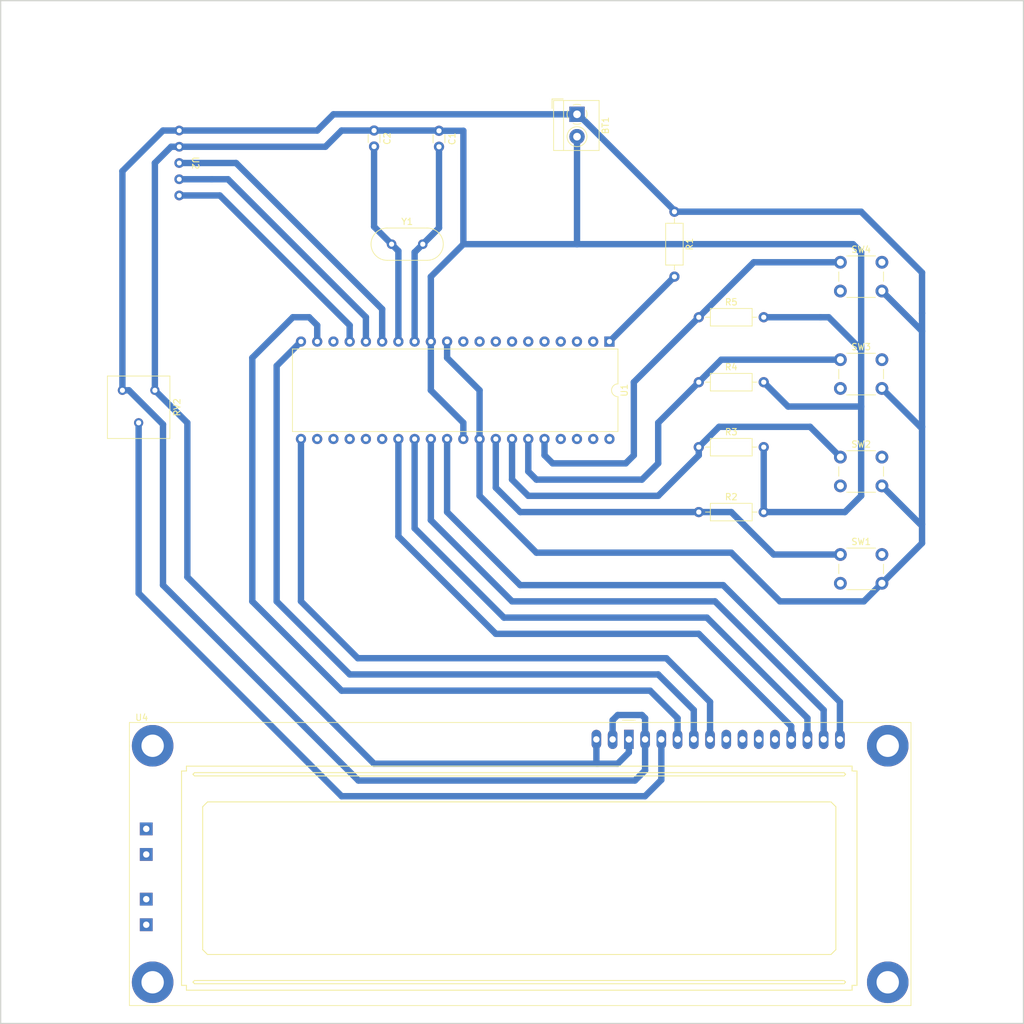
<source format=kicad_pcb>
(kicad_pcb (version 20241229) (generator "pcbnew") (generator_version "9.0")
  (title_block (title "EEM368 MİKROİŞLEMCİLER PROJE") (comment 1 "EGE ZENGİN"))
  (layers (0 "F.Cu" signal) (2 "B.Cu" signal) (13 "F.Paste" user) (15 "B.Paste" user) (5 "F.SilkS" user "F.Silkscreen") (7 "B.SilkS" user "B.Silkscreen") (1 "F.Mask" user) (3 "B.Mask" user) (25 "Edge.Cuts" user))
  (net 0 "")
  (net 1 "Net-(U1-INT{slash}RB0)")
  (net 2 "Net-(U1-RD7{slash}PSP7)")
  (net 4 "Net-(U1-RD1{slash}PSP1)")
  (net 7 "Net-(U1-RD6{slash}PSP6)")
  (net 8 "Net-(U1-RB1)")
  (net 10 "Net-(U1-RB2)")
  (net 11 "Net-(U1-RD5{slash}PSP5)")
  (net 12 "Net-(U1-PGM{slash}RB3)")
  (net 16 "Net-(U1-OSC2{slash}CLKO)")
  (net 17 "Net-(U1-RD4{slash}PSP4)")
  (net 18 "Net-(U1-OSC1{slash}CLKI)")
  (net 19 "Net-(U1-RD2{slash}PSP2)")
  (net 22 "Net-(U1-~{MCLR}{slash}Vpp)")
  (net 24 "Net-(U1-RD0{slash}PSP0)")
  (net 38 "+5V")
  (net 42 "Net-(U4-VO)")
  (net 44 "GND")
  (net 47 "Net-(U1-CCP1{slash}RC2)")
  (net 48 "Net-(U1-T1OSO{slash}T1CKI{slash}RC0)")
  (net 49 "Net-(U1-T1OSI{slash}CCP2{slash}RC1)")
  (footprint "Capacitor_THT:C_Disc_D3.0mm_W1.6mm_P2.50mm" (layer "F.Cu") (at 90.17 35.6 -90)
    (property "Reference" "C1" (at 1.25 -2.05 90) (layer "F.SilkS"))
    (property "Value" "22pF")
    (fp_line (start 0.621 0.92) (end 1.879 0.92) (stroke (width 0.12)) (layer "F.SilkS"))
    (fp_line (start 0.621 -0.92) (end 1.879 -0.92) (stroke (width 0.12)) (layer "F.SilkS"))
    (pad "1" thru_hole circle (at 0 0 270) (size 1.6 1.6) (drill 0.8) (layers "*.Cu" "*.Mask") (net 44 "GND"))
    (pad "2" thru_hole circle (at 2.5 0 270) (size 1.6 1.6) (drill 0.8) (layers "*.Cu" "*.Mask") (net 18 "Net-(U1-OSC1{slash}CLKI)"))
  )
  (footprint "Resistor_THT:R_Axial_DIN0207_L6.3mm_D2.5mm_P10.16mm_Horizontal" (layer "F.Cu") (at 130.81 74.93)
    (property "Reference" "R4" (at 5.08 -2.37 0) (layer "F.SilkS"))
    (property "Value" "10k")
    (fp_line (start 1.04 0) (end 1.81 0) (stroke (width 0.12)) (layer "F.SilkS"))
    (fp_line (start 1.81 -1.37) (end 1.81 1.37) (stroke (width 0.12)) (layer "F.SilkS"))
    (fp_line (start 1.81 1.37) (end 8.35 1.37) (stroke (width 0.12)) (layer "F.SilkS"))
    (fp_line (start 8.35 -1.37) (end 1.81 -1.37) (stroke (width 0.12)) (layer "F.SilkS"))
    (fp_line (start 8.35 1.37) (end 8.35 -1.37) (stroke (width 0.12)) (layer "F.SilkS"))
    (fp_line (start 9.12 0) (end 8.35 0) (stroke (width 0.12)) (layer "F.SilkS"))
    (pad "1" thru_hole circle (at 0 0) (size 1.6 1.6) (drill 0.8) (layers "*.Cu" "*.Mask") (net 10 "Net-(U1-RB2)"))
    (pad "2" thru_hole oval (at 10.16 0) (size 1.6 1.6) (drill 0.8) (layers "*.Cu" "*.Mask") (net 44 "GND"))
  )
  (footprint "Capacitor_THT:C_Disc_D3.0mm_W1.6mm_P2.50mm" (layer "F.Cu") (at 80.01 35.56 -90)
    (property "Reference" "C2" (at 1.25 -2.05 90) (layer "F.SilkS"))
    (property "Value" "22pF")
    (fp_line (start 0.621 0.92) (end 1.879 0.92) (stroke (width 0.12)) (layer "F.SilkS"))
    (fp_line (start 0.621 -0.92) (end 1.879 -0.92) (stroke (width 0.12)) (layer "F.SilkS"))
    (pad "1" thru_hole circle (at 0 0 270) (size 1.6 1.6) (drill 0.8) (layers "*.Cu" "*.Mask") (net 44 "GND"))
    (pad "2" thru_hole circle (at 2.5 0 270) (size 1.6 1.6) (drill 0.8) (layers "*.Cu" "*.Mask") (net 16 "Net-(U1-OSC2{slash}CLKO)"))
  )
  (footprint "Resistor_THT:R_Axial_DIN0207_L6.3mm_D2.5mm_P10.16mm_Horizontal" (layer "F.Cu") (at 130.81 95.25)
    (property "Reference" "R2" (at 5.08 -2.37 0) (layer "F.SilkS"))
    (property "Value" "10k")
    (fp_line (start 1.04 0) (end 1.81 0) (stroke (width 0.12)) (layer "F.SilkS"))
    (fp_line (start 1.81 -1.37) (end 1.81 1.37) (stroke (width 0.12)) (layer "F.SilkS"))
    (fp_line (start 1.81 1.37) (end 8.35 1.37) (stroke (width 0.12)) (layer "F.SilkS"))
    (fp_line (start 8.35 -1.37) (end 1.81 -1.37) (stroke (width 0.12)) (layer "F.SilkS"))
    (fp_line (start 8.35 1.37) (end 8.35 -1.37) (stroke (width 0.12)) (layer "F.SilkS"))
    (fp_line (start 9.12 0) (end 8.35 0) (stroke (width 0.12)) (layer "F.SilkS"))
    (pad "1" thru_hole circle (at 0 0) (size 1.6 1.6) (drill 0.8) (layers "*.Cu" "*.Mask") (net 1 "Net-(U1-INT{slash}RB0)"))
    (pad "2" thru_hole oval (at 10.16 0) (size 1.6 1.6) (drill 0.8) (layers "*.Cu" "*.Mask") (net 44 "GND"))
  )
  (footprint "Library:SW_PUSH_6mm_H5mm_1234" (layer "F.Cu") (at 152.96 56.17)
    (property "Reference" "SW4" (at 3.25 -2 0) (layer "F.SilkS"))
    (property "Value" "SW_Push_Dual")
    (fp_line (start -0.25 1.5) (end -0.25 3) (stroke (width 0.12)) (layer "F.SilkS"))
    (fp_line (start 1 5.5) (end 5.5 5.5) (stroke (width 0.12)) (layer "F.SilkS"))
    (fp_line (start 5.5 -1) (end 1 -1) (stroke (width 0.12)) (layer "F.SilkS"))
    (fp_line (start 6.75 3) (end 6.75 1.5) (stroke (width 0.12)) (layer "F.SilkS"))
    (pad "1" thru_hole circle (at 0 0 90) (size 2 2) (drill 1.1) (layers "*.Cu" "*.Mask") (net 12 "Net-(U1-PGM{slash}RB3)"))
    (pad "2" thru_hole circle (at 0 4.5 90) (size 2 2) (drill 1.1) (layers "*.Cu" "*.Mask"))
    (pad "3" thru_hole circle (at 6.5 0 90) (size 2 2) (drill 1.1) (layers "*.Cu" "*.Mask"))
    (pad "4" thru_hole circle (at 6.5 4.5 90) (size 2 2) (drill 1.1) (layers "*.Cu" "*.Mask") (net 38 "+5V"))
  )
  (footprint "TerminalBlock_4Ucon:TerminalBlock_4Ucon_1x02_P3.50mm_Horizontal" (layer "F.Cu") (at 111.76 33.02 -90)
    (property "Reference" "BT1" (at 1.75 -4.46 90) (layer "F.SilkS"))
    (property "Value" "~")
    (fp_line (start -2.4 3.9) (end -0.9 3.9) (stroke (width 0.12)) (layer "F.SilkS"))
    (fp_line (start -2.16 3.66) (end 5.66 3.66) (stroke (width 0.12)) (layer "F.SilkS"))
    (fp_line (start -2.4 2.16) (end -2.4 3.9) (stroke (width 0.12)) (layer "F.SilkS"))
    (fp_line (start -2.16 2.1) (end 5.66 2.1) (stroke (width 0.12)) (layer "F.SilkS"))
    (fp_line (start -2.16 -3.46) (end -2.16 3.66) (stroke (width 0.12)) (layer "F.SilkS"))
    (fp_line (start -2.16 -3.46) (end 5.66 -3.46) (stroke (width 0.12)) (layer "F.SilkS"))
    (fp_line (start 5.66 -3.46) (end 5.66 3.66) (stroke (width 0.12)) (layer "F.SilkS"))
    (fp_arc (start 0.027011 1.555493) (mid -0.296984 1.527118) (end -0.608 1.432) (stroke (width 0.12)) (layer "F.SilkS"))
    (fp_arc (start 0.607587 1.431385) (mid 0.310017 1.523783) (end 0 1.555) (stroke (width 0.12)) (layer "F.SilkS"))
    (fp_arc (start -1.432109 0.607742) (mid -1.555727 -0.00014) (end -1.432 -0.608) (stroke (width 0.12)) (layer "F.SilkS"))
    (fp_arc (start 1.432109 -0.607742) (mid 1.555727 0.00014) (end 1.432 0.608) (stroke (width 0.12)) (layer "F.SilkS"))
    (fp_arc (start -0.607742 -1.432109) (mid 0.00014 -1.555727) (end 0.608 -1.432) (stroke (width 0.12)) (layer "F.SilkS"))
    (fp_circle (center 3.5 0) (end 5.055 0) (stroke (width 0.12)) (fill no) (layer "F.SilkS"))
    (pad "1" thru_hole rect (at 0 0 270) (size 2.4 2.4) (drill 1.2) (layers "*.Cu" "*.Mask") (net 38 "+5V"))
    (pad "2" thru_hole circle (at 3.5 0 270) (size 2.4 2.4) (drill 1.2) (layers "*.Cu" "*.Mask") (net 44 "GND"))
  )
  (footprint "Display:LCD-016N002L" (layer "F.Cu") (at 119.87 130.81)
    (property "Reference" "U4" (at -76.21 -3.41 180) (layer "F.SilkS"))
    (property "Value" "LCD-016N002L")
    (fp_line (start -78.14 -2.64) (end -78.14 41.64) (stroke (width 0.12)) (layer "F.SilkS"))
    (fp_line (start -78.14 41.64) (end 44.14 41.64) (stroke (width 0.12)) (layer "F.SilkS"))
    (fp_line (start -69.977 4.953) (end -69.977 38.481) (stroke (width 0.15)) (layer "F.SilkS"))
    (fp_line (start -69.215 4.191) (end -69.215 4.953) (stroke (width 0.15)) (layer "F.SilkS"))
    (fp_line (start -69.215 4.953) (end -69.977 4.953) (stroke (width 0.15)) (layer "F.SilkS"))
    (fp_line (start -69.215 38.481) (end -69.977 38.481) (stroke (width 0.15)) (layer "F.SilkS"))
    (fp_line (start -69.215 39.243) (end -69.215 38.481) (stroke (width 0.15)) (layer "F.SilkS"))
    (fp_line (start -69.215 39.243) (end 34.925 39.243) (stroke (width 0.15)) (layer "F.SilkS"))
    (fp_line (start -68.199 5.461) (end -67.945 5.715) (stroke (width 0.15)) (layer "F.SilkS"))
    (fp_line (start -68.199 37.973) (end -67.945 38.227) (stroke (width 0.15)) (layer "F.SilkS"))
    (fp_line (start -67.945 5.207) (end -68.199 5.461) (stroke (width 0.15)) (layer "F.SilkS"))
    (fp_line (start -67.945 5.715) (end 33.655 5.715) (stroke (width 0.15)) (layer "F.SilkS"))
    (fp_line (start -67.945 37.719) (end -68.199 37.973) (stroke (width 0.15)) (layer "F.SilkS"))
    (fp_line (start -67.945 38.227) (end 33.655 38.227) (stroke (width 0.15)) (layer "F.SilkS"))
    (fp_line (start -66.675 10.541) (end -65.913 9.779) (stroke (width 0.15)) (layer "F.SilkS"))
    (fp_line (start -66.675 32.893) (end -66.675 10.541) (stroke (width 0.15)) (layer "F.SilkS"))
    (fp_line (start -65.913 9.779) (end 31.623 9.779) (stroke (width 0.15)) (layer "F.SilkS"))
    (fp_line (start -65.913 33.655) (end -66.675 32.893) (stroke (width 0.15)) (layer "F.SilkS"))
    (fp_line (start -1 -3) (end 1 -3) (stroke (width 0.12)) (layer "F.SilkS"))
    (fp_line (start 31.623 9.779) (end 32.385 10.541) (stroke (width 0.15)) (layer "F.SilkS"))
    (fp_line (start 31.623 33.655) (end -65.913 33.655) (stroke (width 0.15)) (layer "F.SilkS"))
    (fp_line (start 32.385 10.541) (end 32.385 32.893) (stroke (width 0.15)) (layer "F.SilkS"))
    (fp_line (start 32.385 32.893) (end 31.623 33.655) (stroke (width 0.15)) (layer "F.SilkS"))
    (fp_line (start 33.655 5.207) (end -67.945 5.207) (stroke (width 0.15)) (layer "F.SilkS"))
    (fp_line (start 33.655 5.207) (end 33.909 5.461) (stroke (width 0.15)) (layer "F.SilkS"))
    (fp_line (start 33.655 37.719) (end -67.945 37.719) (stroke (width 0.15)) (layer "F.SilkS"))
    (fp_line (start 33.655 38.227) (end 33.909 37.973) (stroke (width 0.15)) (layer "F.SilkS"))
    (fp_line (start 33.909 5.461) (end 33.655 5.715) (stroke (width 0.15)) (layer "F.SilkS"))
    (fp_line (start 33.909 37.973) (end 33.655 37.719) (stroke (width 0.15)) (layer "F.SilkS"))
    (fp_line (start 34.925 4.191) (end -69.215 4.191) (stroke (width 0.15)) (layer "F.SilkS"))
    (fp_line (start 34.925 4.191) (end 34.925 4.953) (stroke (width 0.15)) (layer "F.SilkS"))
    (fp_line (start 34.925 4.953) (end 35.687 4.953) (stroke (width 0.15)) (layer "F.SilkS"))
    (fp_line (start 34.925 38.481) (end 34.925 39.243) (stroke (width 0.15)) (layer "F.SilkS"))
    (fp_line (start 35.687 38.481) (end 34.925 38.481) (stroke (width 0.15)) (layer "F.SilkS"))
    (fp_line (start 35.687 38.481) (end 35.687 4.953) (stroke (width 0.15)) (layer "F.SilkS"))
    (fp_line (start 44.14 -2.64) (end -78.14 -2.64) (stroke (width 0.12)) (layer "F.SilkS"))
    (fp_line (start 44.14 -2.64) (end 44.14 41.64) (stroke (width 0.12)) (layer "F.SilkS"))
    (pad "" thru_hole circle (at -74.5 1 180) (size 6.5 6.5) (drill 3.5) (layers "*.Cu" "*.Mask"))
    (pad "" thru_hole circle (at -74.5 38 180) (size 6.5 6.5) (drill 3.5) (layers "*.Cu" "*.Mask"))
    (pad "" thru_hole circle (at 40.5 1 180) (size 6.5 6.5) (drill 3.5) (layers "*.Cu" "*.Mask"))
    (pad "" thru_hole circle (at 40.5 38 180) (size 6.5 6.5) (drill 3.5) (layers "*.Cu" "*.Mask"))
    (pad "1" thru_hole rect (at 0 0 180) (size 1.5 3) (drill 1) (layers "*.Cu" "*.Mask") (net 44 "GND"))
    (pad "2" thru_hole oval (at 2.54 0 180) (size 1.5 3) (drill 1) (layers "*.Cu" "*.Mask") (net 38 "+5V"))
    (pad "3" thru_hole oval (at 5.08 0 180) (size 1.5 3) (drill 1) (layers "*.Cu" "*.Mask") (net 42 "Net-(U4-VO)"))
    (pad "4" thru_hole oval (at 7.62 0 180) (size 1.5 3) (drill 1) (layers "*.Cu" "*.Mask") (net 24 "Net-(U1-RD0{slash}PSP0)"))
    (pad "5" thru_hole oval (at 10.16 0 180) (size 1.5 3) (drill 1) (layers "*.Cu" "*.Mask") (net 4 "Net-(U1-RD1{slash}PSP1)"))
    (pad "6" thru_hole oval (at 12.7 0 180) (size 1.5 3) (drill 1) (layers "*.Cu" "*.Mask") (net 19 "Net-(U1-RD2{slash}PSP2)"))
    (pad "7" thru_hole oval (at 15.24 0 180) (size 1.5 3) (drill 1) (layers "*.Cu" "*.Mask"))
    (pad "8" thru_hole oval (at 17.78 0 180) (size 1.5 3) (drill 1) (layers "*.Cu" "*.Mask"))
    (pad "9" thru_hole oval (at 20.32 0 180) (size 1.5 3) (drill 1) (layers "*.Cu" "*.Mask"))
    (pad "10" thru_hole oval (at 22.86 0 180) (size 1.5 3) (drill 1) (layers "*.Cu" "*.Mask"))
    (pad "11" thru_hole oval (at 25.4 0 180) (size 1.5 3) (drill 1) (layers "*.Cu" "*.Mask") (net 17 "Net-(U1-RD4{slash}PSP4)"))
    (pad "12" thru_hole oval (at 27.94 0 180) (size 1.5 3) (drill 1) (layers "*.Cu" "*.Mask") (net 11 "Net-(U1-RD5{slash}PSP5)"))
    (pad "13" thru_hole oval (at 30.48 0 180) (size 1.5 3) (drill 1) (layers "*.Cu" "*.Mask") (net 7 "Net-(U1-RD6{slash}PSP6)"))
    (pad "14" thru_hole oval (at 33.02 0 180) (size 1.5 3) (drill 1) (layers "*.Cu" "*.Mask") (net 2 "Net-(U1-RD7{slash}PSP7)"))
    (pad "15" thru_hole oval (at -2.54 0 180) (size 1.5 3) (drill 1) (layers "*.Cu" "*.Mask") (net 38 "+5V"))
    (pad "16" thru_hole oval (at -5.08 0 180) (size 1.5 3) (drill 1) (layers "*.Cu" "*.Mask") (net 44 "GND"))
    (pad "A1" thru_hole rect (at -75.5 14 180) (size 2 2) (drill 1) (layers "*.Cu" "*.Mask"))
    (pad "A2" thru_hole rect (at -75.5 25 180) (size 2 2) (drill 1) (layers "*.Cu" "*.Mask"))
    (pad "K1" thru_hole rect (at -75.5 18 180) (size 2 2) (drill 1) (layers "*.Cu" "*.Mask"))
    (pad "K2" thru_hole rect (at -75.5 29 180) (size 2 2) (drill 1) (layers "*.Cu" "*.Mask"))
  )
  (footprint "Library:ds1302" (layer "F.Cu") (at 49.53 40.64 -90)
    (property "Reference" "U2" (at 0 -2.54 270) (layer "F.SilkS"))
    (property "Value" "DS1302_Module")
    (pad "1" thru_hole circle (at -5.08 0 270) (size 1.524 1.524) (drill 0.762) (layers "*.Cu" "*.Mask") (net 38 "+5V"))
    (pad "2" thru_hole circle (at -2.54 0 270) (size 1.524 1.524) (drill 0.762) (layers "*.Cu" "*.Mask") (net 44 "GND"))
    (pad "3" thru_hole circle (at 0 0 270) (size 1.524 1.524) (drill 0.762) (layers "*.Cu" "*.Mask") (net 48 "Net-(U1-T1OSO{slash}T1CKI{slash}RC0)"))
    (pad "4" thru_hole circle (at 2.54 0 270) (size 1.524 1.524) (drill 0.762) (layers "*.Cu" "*.Mask") (net 49 "Net-(U1-T1OSI{slash}CCP2{slash}RC1)"))
    (pad "5" thru_hole circle (at 5.08 0 270) (size 1.524 1.524) (drill 0.762) (layers "*.Cu" "*.Mask") (net 47 "Net-(U1-CCP1{slash}RC2)"))
  )
  (footprint "Library:SW_PUSH_6mm_H5mm_1234" (layer "F.Cu") (at 152.96 101.89)
    (property "Reference" "SW1" (at 3.25 -2 0) (layer "F.SilkS"))
    (property "Value" "SW_Push_Dual")
    (fp_line (start -0.25 1.5) (end -0.25 3) (stroke (width 0.12)) (layer "F.SilkS"))
    (fp_line (start 1 5.5) (end 5.5 5.5) (stroke (width 0.12)) (layer "F.SilkS"))
    (fp_line (start 5.5 -1) (end 1 -1) (stroke (width 0.12)) (layer "F.SilkS"))
    (fp_line (start 6.75 3) (end 6.75 1.5) (stroke (width 0.12)) (layer "F.SilkS"))
    (pad "1" thru_hole circle (at 0 0 90) (size 2 2) (drill 1.1) (layers "*.Cu" "*.Mask") (net 1 "Net-(U1-INT{slash}RB0)"))
    (pad "2" thru_hole circle (at 0 4.5 90) (size 2 2) (drill 1.1) (layers "*.Cu" "*.Mask"))
    (pad "3" thru_hole circle (at 6.5 0 90) (size 2 2) (drill 1.1) (layers "*.Cu" "*.Mask"))
    (pad "4" thru_hole circle (at 6.5 4.5 90) (size 2 2) (drill 1.1) (layers "*.Cu" "*.Mask") (net 38 "+5V"))
  )
  (footprint "Library:SW_PUSH_6mm_H5mm_1234" (layer "F.Cu") (at 152.96 71.41)
    (property "Reference" "SW3" (at 3.25 -2 0) (layer "F.SilkS"))
    (property "Value" "SW_Push_Dual")
    (fp_line (start -0.25 1.5) (end -0.25 3) (stroke (width 0.12)) (layer "F.SilkS"))
    (fp_line (start 1 5.5) (end 5.5 5.5) (stroke (width 0.12)) (layer "F.SilkS"))
    (fp_line (start 5.5 -1) (end 1 -1) (stroke (width 0.12)) (layer "F.SilkS"))
    (fp_line (start 6.75 3) (end 6.75 1.5) (stroke (width 0.12)) (layer "F.SilkS"))
    (pad "1" thru_hole circle (at 0 0 90) (size 2 2) (drill 1.1) (layers "*.Cu" "*.Mask") (net 10 "Net-(U1-RB2)"))
    (pad "2" thru_hole circle (at 0 4.5 90) (size 2 2) (drill 1.1) (layers "*.Cu" "*.Mask"))
    (pad "3" thru_hole circle (at 6.5 0 90) (size 2 2) (drill 1.1) (layers "*.Cu" "*.Mask"))
    (pad "4" thru_hole circle (at 6.5 4.5 90) (size 2 2) (drill 1.1) (layers "*.Cu" "*.Mask") (net 38 "+5V"))
  )
  (footprint "Potentiometer_THT:Potentiometer_Bourns_3386F_Vertical" (layer "F.Cu") (at 40.64 76.2 -90)
    (property "Reference" "RV2" (at 2.655 -8.555 90) (layer "F.SilkS"))
    (property "Value" "R_Potentiometer")
    (fp_line (start -2.23 2.345) (end 7.54 2.345) (stroke (width 0.12)) (layer "F.SilkS"))
    (fp_line (start -2.23 -7.425) (end -2.23 2.345) (stroke (width 0.12)) (layer "F.SilkS"))
    (fp_line (start -2.23 -7.425) (end 7.54 -7.425) (stroke (width 0.12)) (layer "F.SilkS"))
    (fp_line (start 7.54 -7.425) (end 7.54 2.345) (stroke (width 0.12)) (layer "F.SilkS"))
    (pad "1" thru_hole circle (at 0 0 270) (size 1.44 1.44) (drill 0.8) (layers "*.Cu" "*.Mask") (net 38 "+5V"))
    (pad "2" thru_hole circle (at 5.08 -2.54 270) (size 1.44 1.44) (drill 0.8) (layers "*.Cu" "*.Mask") (net 42 "Net-(U4-VO)"))
    (pad "3" thru_hole circle (at 0 -5.08 270) (size 1.44 1.44) (drill 0.8) (layers "*.Cu" "*.Mask") (net 44 "GND"))
  )
  (footprint "Resistor_THT:R_Axial_DIN0207_L6.3mm_D2.5mm_P10.16mm_Horizontal" (layer "F.Cu") (at 130.81 85.09)
    (property "Reference" "R3" (at 5.08 -2.37 0) (layer "F.SilkS"))
    (property "Value" "10k")
    (fp_line (start 1.04 0) (end 1.81 0) (stroke (width 0.12)) (layer "F.SilkS"))
    (fp_line (start 1.81 -1.37) (end 1.81 1.37) (stroke (width 0.12)) (layer "F.SilkS"))
    (fp_line (start 1.81 1.37) (end 8.35 1.37) (stroke (width 0.12)) (layer "F.SilkS"))
    (fp_line (start 8.35 -1.37) (end 1.81 -1.37) (stroke (width 0.12)) (layer "F.SilkS"))
    (fp_line (start 8.35 1.37) (end 8.35 -1.37) (stroke (width 0.12)) (layer "F.SilkS"))
    (fp_line (start 9.12 0) (end 8.35 0) (stroke (width 0.12)) (layer "F.SilkS"))
    (pad "1" thru_hole circle (at 0 0) (size 1.6 1.6) (drill 0.8) (layers "*.Cu" "*.Mask") (net 8 "Net-(U1-RB1)"))
    (pad "2" thru_hole oval (at 10.16 0) (size 1.6 1.6) (drill 0.8) (layers "*.Cu" "*.Mask") (net 44 "GND"))
  )
  (footprint "Resistor_THT:R_Axial_DIN0207_L6.3mm_D2.5mm_P10.16mm_Horizontal" (layer "F.Cu") (at 127 48.26 -90)
    (property "Reference" "R1" (at 5.08 -2.37 90) (layer "F.SilkS"))
    (property "Value" "10k")
    (fp_line (start 1.81 1.37) (end 8.35 1.37) (stroke (width 0.12)) (layer "F.SilkS"))
    (fp_line (start 8.35 1.37) (end 8.35 -1.37) (stroke (width 0.12)) (layer "F.SilkS"))
    (fp_line (start 1.04 0) (end 1.81 0) (stroke (width 0.12)) (layer "F.SilkS"))
    (fp_line (start 9.12 0) (end 8.35 0) (stroke (width 0.12)) (layer "F.SilkS"))
    (fp_line (start 1.81 -1.37) (end 1.81 1.37) (stroke (width 0.12)) (layer "F.SilkS"))
    (fp_line (start 8.35 -1.37) (end 1.81 -1.37) (stroke (width 0.12)) (layer "F.SilkS"))
    (pad "1" thru_hole circle (at 0 0 270) (size 1.6 1.6) (drill 0.8) (layers "*.Cu" "*.Mask") (net 38 "+5V"))
    (pad "2" thru_hole oval (at 10.16 0 270) (size 1.6 1.6) (drill 0.8) (layers "*.Cu" "*.Mask") (net 22 "Net-(U1-~{MCLR}{slash}Vpp)"))
  )
  (footprint "Crystal:Crystal_HC49-U_Vertical" (layer "F.Cu") (at 82.75 53.34)
    (property "Reference" "Y1" (at 2.44 -3.525 0) (layer "F.SilkS"))
    (property "Value" "4mHz")
    (fp_line (start -0.685 -2.525) (end 5.565 -2.525) (stroke (width 0.12)) (layer "F.SilkS"))
    (fp_line (start -0.685 2.525) (end 5.565 2.525) (stroke (width 0.12)) (layer "F.SilkS"))
    (fp_arc (start -0.685 2.525) (mid -3.21 0) (end -0.685 -2.525) (stroke (width 0.12)) (layer "F.SilkS"))
    (fp_arc (start 5.565 -2.525) (mid 8.09 0) (end 5.565 2.525) (stroke (width 0.12)) (layer "F.SilkS"))
    (pad "1" thru_hole circle (at 0 0) (size 1.5 1.5) (drill 0.8) (layers "*.Cu" "*.Mask") (net 16 "Net-(U1-OSC2{slash}CLKO)"))
    (pad "2" thru_hole circle (at 4.88 0) (size 1.5 1.5) (drill 0.8) (layers "*.Cu" "*.Mask") (net 18 "Net-(U1-OSC1{slash}CLKI)"))
  )
  (footprint "Resistor_THT:R_Axial_DIN0207_L6.3mm_D2.5mm_P10.16mm_Horizontal" (layer "F.Cu") (at 130.81 64.77)
    (property "Reference" "R5" (at 5.08 -2.37 0) (layer "F.SilkS"))
    (property "Value" "10k")
    (fp_line (start 1.04 0) (end 1.81 0) (stroke (width 0.12)) (layer "F.SilkS"))
    (fp_line (start 1.81 -1.37) (end 1.81 1.37) (stroke (width 0.12)) (layer "F.SilkS"))
    (fp_line (start 1.81 1.37) (end 8.35 1.37) (stroke (width 0.12)) (layer "F.SilkS"))
    (fp_line (start 8.35 -1.37) (end 1.81 -1.37) (stroke (width 0.12)) (layer "F.SilkS"))
    (fp_line (start 8.35 1.37) (end 8.35 -1.37) (stroke (width 0.12)) (layer "F.SilkS"))
    (fp_line (start 9.12 0) (end 8.35 0) (stroke (width 0.12)) (layer "F.SilkS"))
    (pad "1" thru_hole circle (at 0 0) (size 1.6 1.6) (drill 0.8) (layers "*.Cu" "*.Mask") (net 12 "Net-(U1-PGM{slash}RB3)"))
    (pad "2" thru_hole oval (at 10.16 0) (size 1.6 1.6) (drill 0.8) (layers "*.Cu" "*.Mask") (net 44 "GND"))
  )
  (footprint "Library:SW_PUSH_6mm_H5mm_1234" (layer "F.Cu") (at 152.96 86.65)
    (property "Reference" "SW2" (at 3.25 -2 0) (layer "F.SilkS"))
    (property "Value" "SW_Push_Dual")
    (fp_line (start -0.25 1.5) (end -0.25 3) (stroke (width 0.12)) (layer "F.SilkS"))
    (fp_line (start 1 5.5) (end 5.5 5.5) (stroke (width 0.12)) (layer "F.SilkS"))
    (fp_line (start 5.5 -1) (end 1 -1) (stroke (width 0.12)) (layer "F.SilkS"))
    (fp_line (start 6.75 3) (end 6.75 1.5) (stroke (width 0.12)) (layer "F.SilkS"))
    (pad "1" thru_hole circle (at 0 0 90) (size 2 2) (drill 1.1) (layers "*.Cu" "*.Mask") (net 8 "Net-(U1-RB1)"))
    (pad "2" thru_hole circle (at 0 4.5 90) (size 2 2) (drill 1.1) (layers "*.Cu" "*.Mask"))
    (pad "3" thru_hole circle (at 6.5 0 90) (size 2 2) (drill 1.1) (layers "*.Cu" "*.Mask"))
    (pad "4" thru_hole circle (at 6.5 4.5 90) (size 2 2) (drill 1.1) (layers "*.Cu" "*.Mask") (net 38 "+5V"))
  )
  (footprint "Package_DIP:DIP-40_W15.24mm" (layer "F.Cu") (at 116.835 68.575 -90)
    (property "Reference" "U1" (at 7.62 -2.33 90) (layer "F.SilkS"))
    (property "Value" "PIC16F877A-IP" (hide yes))
    (fp_line (start 1.16 49.59) (end 14.08 49.59) (stroke (width 0.12)) (layer "F.SilkS"))
    (fp_line (start 14.08 49.59) (end 14.08 -1.33) (stroke (width 0.12)) (layer "F.SilkS"))
    (fp_line (start 1.16 -1.33) (end 1.16 49.59) (stroke (width 0.12)) (layer "F.SilkS"))
    (fp_line (start 6.62 -1.33) (end 1.16 -1.33) (stroke (width 0.12)) (layer "F.SilkS"))
    (fp_line (start 14.08 -1.33) (end 8.62 -1.33) (stroke (width 0.12)) (layer "F.SilkS"))
    (fp_arc (start 8.62 -1.33) (mid 7.62 -0.33) (end 6.62 -1.33) (stroke (width 0.12)) (layer "F.SilkS"))
    (pad "1" thru_hole rect (at 0 0 270) (size 1.6 1.6) (drill 0.8) (layers "*.Cu" "*.Mask") (net 22 "Net-(U1-~{MCLR}{slash}Vpp)"))
    (pad "2" thru_hole oval (at 0 2.54 270) (size 1.6 1.6) (drill 0.8) (layers "*.Cu" "*.Mask"))
    (pad "3" thru_hole oval (at 0 5.08 270) (size 1.6 1.6) (drill 0.8) (layers "*.Cu" "*.Mask"))
    (pad "4" thru_hole oval (at 0 7.62 270) (size 1.6 1.6) (drill 0.8) (layers "*.Cu" "*.Mask"))
    (pad "5" thru_hole oval (at 0 10.16 270) (size 1.6 1.6) (drill 0.8) (layers "*.Cu" "*.Mask"))
    (pad "6" thru_hole oval (at 0 12.7 270) (size 1.6 1.6) (drill 0.8) (layers "*.Cu" "*.Mask"))
    (pad "7" thru_hole oval (at 0 15.24 270) (size 1.6 1.6) (drill 0.8) (layers "*.Cu" "*.Mask"))
    (pad "8" thru_hole oval (at 0 17.78 270) (size 1.6 1.6) (drill 0.8) (layers "*.Cu" "*.Mask"))
    (pad "9" thru_hole oval (at 0 20.32 270) (size 1.6 1.6) (drill 0.8) (layers "*.Cu" "*.Mask"))
    (pad "10" thru_hole oval (at 0 22.86 270) (size 1.6 1.6) (drill 0.8) (layers "*.Cu" "*.Mask"))
    (pad "11" thru_hole oval (at 0 25.4 270) (size 1.6 1.6) (drill 0.8) (layers "*.Cu" "*.Mask") (net 38 "+5V"))
    (pad "12" thru_hole oval (at 0 27.94 270) (size 1.6 1.6) (drill 0.8) (layers "*.Cu" "*.Mask") (net 44 "GND"))
    (pad "13" thru_hole oval (at 0 30.48 270) (size 1.6 1.6) (drill 0.8) (layers "*.Cu" "*.Mask") (net 18 "Net-(U1-OSC1{slash}CLKI)"))
    (pad "14" thru_hole oval (at 0 33.02 270) (size 1.6 1.6) (drill 0.8) (layers "*.Cu" "*.Mask") (net 16 "Net-(U1-OSC2{slash}CLKO)"))
    (pad "15" thru_hole oval (at 0 35.56 270) (size 1.6 1.6) (drill 0.8) (layers "*.Cu" "*.Mask") (net 48 "Net-(U1-T1OSO{slash}T1CKI{slash}RC0)"))
    (pad "16" thru_hole oval (at 0 38.1 270) (size 1.6 1.6) (drill 0.8) (layers "*.Cu" "*.Mask") (net 49 "Net-(U1-T1OSI{slash}CCP2{slash}RC1)"))
    (pad "17" thru_hole oval (at 0 40.64 270) (size 1.6 1.6) (drill 0.8) (layers "*.Cu" "*.Mask") (net 47 "Net-(U1-CCP1{slash}RC2)"))
    (pad "18" thru_hole oval (at 0 43.18 270) (size 1.6 1.6) (drill 0.8) (layers "*.Cu" "*.Mask"))
    (pad "19" thru_hole oval (at 0 45.72 270) (size 1.6 1.6) (drill 0.8) (layers "*.Cu" "*.Mask") (net 24 "Net-(U1-RD0{slash}PSP0)"))
    (pad "20" thru_hole oval (at 0 48.26 270) (size 1.6 1.6) (drill 0.8) (layers "*.Cu" "*.Mask") (net 4 "Net-(U1-RD1{slash}PSP1)"))
    (pad "21" thru_hole oval (at 15.24 48.26 270) (size 1.6 1.6) (drill 0.8) (layers "*.Cu" "*.Mask") (net 19 "Net-(U1-RD2{slash}PSP2)"))
    (pad "22" thru_hole oval (at 15.24 45.72 270) (size 1.6 1.6) (drill 0.8) (layers "*.Cu" "*.Mask"))
    (pad "23" thru_hole oval (at 15.24 43.18 270) (size 1.6 1.6) (drill 0.8) (layers "*.Cu" "*.Mask"))
    (pad "24" thru_hole oval (at 15.24 40.64 270) (size 1.6 1.6) (drill 0.8) (layers "*.Cu" "*.Mask"))
    (pad "25" thru_hole oval (at 15.24 38.1 270) (size 1.6 1.6) (drill 0.8) (layers "*.Cu" "*.Mask"))
    (pad "26" thru_hole oval (at 15.24 35.56 270) (size 1.6 1.6) (drill 0.8) (layers "*.Cu" "*.Mask"))
    (pad "27" thru_hole oval (at 15.24 33.02 270) (size 1.6 1.6) (drill 0.8) (layers "*.Cu" "*.Mask") (net 17 "Net-(U1-RD4{slash}PSP4)"))
    (pad "28" thru_hole oval (at 15.24 30.48 270) (size 1.6 1.6) (drill 0.8) (layers "*.Cu" "*.Mask") (net 11 "Net-(U1-RD5{slash}PSP5)"))
    (pad "29" thru_hole oval (at 15.24 27.94 270) (size 1.6 1.6) (drill 0.8) (layers "*.Cu" "*.Mask") (net 7 "Net-(U1-RD6{slash}PSP6)"))
    (pad "30" thru_hole oval (at 15.24 25.4 270) (size 1.6 1.6) (drill 0.8) (layers "*.Cu" "*.Mask") (net 2 "Net-(U1-RD7{slash}PSP7)"))
    (pad "31" thru_hole oval (at 15.24 22.86 270) (size 1.6 1.6) (drill 0.8) (layers "*.Cu" "*.Mask") (net 44 "GND"))
    (pad "32" thru_hole oval (at 15.24 20.32 270) (size 1.6 1.6) (drill 0.8) (layers "*.Cu" "*.Mask") (net 38 "+5V"))
    (pad "33" thru_hole oval (at 15.24 17.78 270) (size 1.6 1.6) (drill 0.8) (layers "*.Cu" "*.Mask") (net 1 "Net-(U1-INT{slash}RB0)"))
    (pad "34" thru_hole oval (at 15.24 15.24 270) (size 1.6 1.6) (drill 0.8) (layers "*.Cu" "*.Mask") (net 8 "Net-(U1-RB1)"))
    (pad "35" thru_hole oval (at 15.24 12.7 270) (size 1.6 1.6) (drill 0.8) (layers "*.Cu" "*.Mask") (net 10 "Net-(U1-RB2)"))
    (pad "36" thru_hole oval (at 15.24 10.16 270) (size 1.6 1.6) (drill 0.8) (layers "*.Cu" "*.Mask") (net 12 "Net-(U1-PGM{slash}RB3)"))
    (pad "37" thru_hole oval (at 15.24 7.62 270) (size 1.6 1.6) (drill 0.8) (layers "*.Cu" "*.Mask"))
    (pad "38" thru_hole oval (at 15.24 5.08 270) (size 1.6 1.6) (drill 0.8) (layers "*.Cu" "*.Mask"))
    (pad "39" thru_hole oval (at 15.24 2.54 270) (size 1.6 1.6) (drill 0.8) (layers "*.Cu" "*.Mask"))
    (pad "40" thru_hole oval (at 15.24 0 270) (size 1.6 1.6) (drill 0.8) (layers "*.Cu" "*.Mask"))
  )
  (gr_rect (start 21.59 15.24) (end 181.61 175.26) (stroke (width 0.2)) (fill no) (layer "Edge.Cuts"))
  (segment (start 102.87 95.25) (end 99.055 91.435) (width 1) (layer "B.Cu") (net 1))
  (segment (start 135.89 95.25) (end 130.81 95.25) (width 1) (layer "B.Cu") (net 1))
  (segment (start 130.81 95.25) (end 102.87 95.25) (width 1) (layer "B.Cu") (net 1))
  (segment (start 142.53 101.89) (end 135.89 95.25) (width 1) (layer "B.Cu") (net 1))
  (segment (start 99.055 91.435) (end 99.055 83.815) (width 1) (layer "B.Cu") (net 1))
  (segment (start 152.96 101.89) (end 142.53 101.89) (width 1) (layer "B.Cu") (net 1))
  (segment (start 134.62 106.68) (end 152.89 124.95) (width 1) (layer "B.Cu") (net 2))
  (segment (start 102.87 106.68) (end 134.62 106.68) (width 1) (layer "B.Cu") (net 2))
  (segment (start 91.435 95.245) (end 102.87 106.68) (width 1) (layer "B.Cu") (net 2))
  (segment (start 91.435 83.815) (end 91.435 95.245) (width 1) (layer "B.Cu") (net 2))
  (segment (start 152.89 124.95) (end 152.89 130.81) (width 1) (layer "B.Cu") (net 2))
  (segment (start 124.46 120.65) (end 130.03 126.22) (width 1) (layer "B.Cu") (net 4))
  (segment (start 130.03 126.22) (end 130.03 130.81) (width 1) (layer "B.Cu") (net 4))
  (segment (start 68.575 68.575) (end 64.77 72.38) (width 1) (layer "B.Cu") (net 4))
  (segment (start 64.77 72.38) (end 64.77 109.22) (width 1) (layer "B.Cu") (net 4))
  (segment (start 64.77 109.22) (end 76.2 120.65) (width 1) (layer "B.Cu") (net 4))
  (segment (start 76.2 120.65) (end 124.46 120.65) (width 1) (layer "B.Cu") (net 4))
  (segment (start 88.895 83.815) (end 88.895 96.515) (width 1) (layer "B.Cu") (net 7))
  (segment (start 88.895 96.515) (end 101.6 109.22) (width 1) (layer "B.Cu") (net 7))
  (segment (start 150.35 126.22) (end 150.35 130.81) (width 1) (layer "B.Cu") (net 7))
  (segment (start 101.6 109.22) (end 133.35 109.22) (width 1) (layer "B.Cu") (net 7))
  (segment (start 133.35 109.22) (end 150.35 126.22) (width 1) (layer "B.Cu") (net 7))
  (segment (start 148.225 81.915) (end 133.985 81.915) (width 1) (layer "B.Cu") (net 8))
  (segment (start 101.595 90.165) (end 104.14 92.71) (width 1) (layer "B.Cu") (net 8))
  (segment (start 124.46 92.71) (end 130.81 86.36) (width 1) (layer "B.Cu") (net 8))
  (segment (start 104.14 92.71) (end 124.46 92.71) (width 1) (layer "B.Cu") (net 8))
  (segment (start 152.96 86.65) (end 148.225 81.915) (width 1) (layer "B.Cu") (net 8))
  (segment (start 133.985 81.915) (end 130.81 85.09) (width 1) (layer "B.Cu") (net 8))
  (segment (start 101.595 83.815) (end 101.595 90.165) (width 1) (layer "B.Cu") (net 8))
  (segment (start 130.81 86.36) (end 130.81 85.09) (width 1) (layer "B.Cu") (net 8))
  (segment (start 121.92 90.17) (end 124.46 87.63) (width 1) (layer "B.Cu") (net 10))
  (segment (start 124.46 81.28) (end 130.81 74.93) (width 1) (layer "B.Cu") (net 10))
  (segment (start 105.41 90.17) (end 121.92 90.17) (width 1) (layer "B.Cu") (net 10))
  (segment (start 134.33 71.41) (end 130.81 74.93) (width 1) (layer "B.Cu") (net 10))
  (segment (start 152.96 71.41) (end 134.33 71.41) (width 1) (layer "B.Cu") (net 10))
  (segment (start 124.46 87.63) (end 124.46 81.28) (width 1) (layer "B.Cu") (net 10))
  (segment (start 104.135 83.815) (end 104.135 88.895) (width 1) (layer "B.Cu") (net 10))
  (segment (start 104.135 88.895) (end 105.41 90.17) (width 1) (layer "B.Cu") (net 10))
  (segment (start 86.355 97.785) (end 100.33 111.76) (width 1) (layer "B.Cu") (net 11))
  (segment (start 132.08 111.76) (end 147.81 127.49) (width 1) (layer "B.Cu") (net 11))
  (segment (start 100.33 111.76) (end 132.08 111.76) (width 1) (layer "B.Cu") (net 11))
  (segment (start 86.355 83.815) (end 86.355 97.785) (width 1) (layer "B.Cu") (net 11))
  (segment (start 147.81 127.49) (end 147.81 130.81) (width 1) (layer "B.Cu") (net 11))
  (segment (start 120.65 74.93) (end 130.81 64.77) (width 1) (layer "B.Cu") (net 12))
  (segment (start 120.65 86.36) (end 120.65 74.93) (width 1) (layer "B.Cu") (net 12))
  (segment (start 107.95 87.63) (end 119.38 87.63) (width 1) (layer "B.Cu") (net 12))
  (segment (start 152.96 56.17) (end 139.41 56.17) (width 1) (layer "B.Cu") (net 12))
  (segment (start 106.675 86.355) (end 107.95 87.63) (width 1) (layer "B.Cu") (net 12))
  (segment (start 119.38 87.63) (end 120.65 86.36) (width 1) (layer "B.Cu") (net 12))
  (segment (start 139.41 56.17) (end 130.81 64.77) (width 1) (layer "B.Cu") (net 12))
  (segment (start 106.675 83.815) (end 106.675 86.355) (width 1) (layer "B.Cu") (net 12))
  (segment (start 82.75 53.34) (end 83.815 54.405) (width 1) (layer "B.Cu") (net 16))
  (segment (start 80.01 50.6) (end 82.75 53.34) (width 1) (layer "B.Cu") (net 16))
  (segment (start 80.01 38.06) (end 80.01 50.6) (width 1) (layer "B.Cu") (net 16))
  (segment (start 83.815 54.405) (end 83.815 68.575) (width 1) (layer "B.Cu") (net 16))
  (segment (start 145.27 128.76) (end 145.27 130.81) (width 1) (layer "B.Cu") (net 17))
  (segment (start 99.06 114.3) (end 130.81 114.3) (width 1) (layer "B.Cu") (net 17))
  (segment (start 130.81 114.3) (end 145.27 128.76) (width 1) (layer "B.Cu") (net 17))
  (segment (start 83.815 83.815) (end 83.815 99.055) (width 1) (layer "B.Cu") (net 17))
  (segment (start 83.815 99.055) (end 99.06 114.3) (width 1) (layer "B.Cu") (net 17))
  (segment (start 87.63 53.34) (end 90.17 50.8) (width 1) (layer "B.Cu") (net 18))
  (segment (start 90.17 50.8) (end 90.17 38.1) (width 1) (layer "B.Cu") (net 18))
  (segment (start 86.36 54.61) (end 86.355 54.61) (width 1) (layer "B.Cu") (net 18))
  (segment (start 87.63 53.34) (end 86.36 54.61) (width 1) (layer "B.Cu") (net 18))
  (segment (start 86.355 54.61) (end 86.355 68.575) (width 1) (layer "B.Cu") (net 18))
  (segment (start 68.575 109.215) (end 77.47 118.11) (width 1) (layer "B.Cu") (net 19))
  (segment (start 125.73 118.11) (end 132.57 124.95) (width 1) (layer "B.Cu") (net 19))
  (segment (start 77.47 118.11) (end 125.73 118.11) (width 1) (layer "B.Cu") (net 19))
  (segment (start 68.575 83.815) (end 68.575 109.215) (width 1) (layer "B.Cu") (net 19))
  (segment (start 132.57 124.95) (end 132.57 130.81) (width 1) (layer "B.Cu") (net 19))
  (segment (start 116.835 68.575) (end 116.845 68.575) (width 1) (layer "B.Cu") (net 22))
  (segment (start 116.845 68.575) (end 127 58.42) (width 1) (layer "B.Cu") (net 22))
  (segment (start 60.96 71.12) (end 60.96 109.22) (width 1) (layer "B.Cu") (net 24))
  (segment (start 60.96 109.22) (end 74.93 123.19) (width 1) (layer "B.Cu") (net 24))
  (segment (start 71.115 66.035) (end 69.85 64.77) (width 1) (layer "B.Cu") (net 24))
  (segment (start 71.115 68.575) (end 71.115 66.035) (width 1) (layer "B.Cu") (net 24))
  (segment (start 74.93 123.19) (end 123.19 123.19) (width 1) (layer "B.Cu") (net 24))
  (segment (start 69.85 64.77) (end 67.31 64.77) (width 1) (layer "B.Cu") (net 24))
  (segment (start 127.49 127.49) (end 127.49 130.81) (width 1) (layer "B.Cu") (net 24))
  (segment (start 67.31 64.77) (end 60.96 71.12) (width 1) (layer "B.Cu") (net 24))
  (segment (start 123.19 123.19) (end 127.49 127.49) (width 1) (layer "B.Cu") (net 24))
  (segment (start 165.735 81.915) (end 165.735 97.155) (width 1) (layer "B.Cu") (net 38))
  (segment (start 117.33 130.81) (end 117.33 127.805) (width 1) (layer "B.Cu") (net 38))
  (segment (start 165.735 64.135) (end 165.735 81.915) (width 1) (layer "B.Cu") (net 38))
  (segment (start 143.51 109.22) (end 156.63 109.22) (width 1) (layer "B.Cu") (net 38))
  (segment (start 40.64 76.2) (end 41.658233 76.2) (width 1) (layer "B.Cu") (net 38))
  (segment (start 91.435 68.575) (end 91.435 71.115) (width 1) (layer "B.Cu") (net 38))
  (segment (start 159.46 60.67) (end 165.735 66.945) (width 1) (layer "B.Cu") (net 38))
  (segment (start 165.735 57.785) (end 165.735 64.135) (width 1) (layer "B.Cu") (net 38))
  (segment (start 156.21 48.26) (end 165.735 57.785) (width 1) (layer "B.Cu") (net 38))
  (segment (start 117.33 127.805) (end 118.135 127) (width 1) (layer "B.Cu") (net 38))
  (segment (start 111.936956 33.02) (end 127 48.083044) (width 1) (layer "B.Cu") (net 38))
  (segment (start 156.63 109.22) (end 159.46 106.39) (width 1) (layer "B.Cu") (net 38))
  (segment (start 91.435 71.115) (end 96.515 76.195) (width 1) (layer "B.Cu") (net 38))
  (segment (start 40.64 41.91) (end 46.99 35.56) (width 1) (layer "B.Cu") (net 38))
  (segment (start 105.41 101.6) (end 135.89 101.6) (width 1) (layer "B.Cu") (net 38))
  (segment (start 96.515 83.815) (end 96.515 92.705) (width 1) (layer "B.Cu") (net 38))
  (segment (start 165.465 81.915) (end 165.735 81.915) (width 1) (layer "B.Cu") (net 38))
  (segment (start 73.66 33.02) (end 71.12 35.56) (width 1) (layer "B.Cu") (net 38))
  (segment (start 111.76 33.02) (end 111.936956 33.02) (width 1) (layer "B.Cu") (net 38))
  (segment (start 46.99 106.68) (end 77.557315 137.247315) (width 1) (layer "B.Cu") (net 38))
  (segment (start 135.89 101.6) (end 143.51 109.22) (width 1) (layer "B.Cu") (net 38))
  (segment (start 118.135 127) (end 121.92 127) (width 1) (layer "B.Cu") (net 38))
  (segment (start 127 48.083044) (end 127 48.26) (width 1) (layer "B.Cu") (net 38))
  (segment (start 46.99 81.531767) (end 46.99 106.68) (width 1) (layer "B.Cu") (net 38))
  (segment (start 159.46 91.15) (end 165.465 97.155) (width 1) (layer "B.Cu") (net 38))
  (segment (start 165.735 100.115) (end 159.46 106.39) (width 1) (layer "B.Cu") (net 38))
  (segment (start 73.66 33.02) (end 111.76 33.02) (width 1) (layer "B.Cu") (net 38))
  (segment (start 77.557315 137.247315) (end 120.827382 137.247315) (width 1) (layer "B.Cu") (net 38))
  (segment (start 40.64 76.2) (end 40.64 41.91) (width 1) (layer "B.Cu") (net 38))
  (segment (start 122.41 127.49) (end 122.41 130.81) (width 1) (layer "B.Cu") (net 38))
  (segment (start 121.92 127) (end 122.41 127.49) (width 1) (layer "B.Cu") (net 38))
  (segment (start 96.515 92.705) (end 105.41 101.6) (width 1) (layer "B.Cu") (net 38))
  (segment (start 165.735 97.155) (end 165.735 100.115) (width 1) (layer "B.Cu") (net 38))
  (segment (start 96.515 76.195) (end 96.515 83.815) (width 1) (layer "B.Cu") (net 38))
  (segment (start 71.12 35.56) (end 49.53 35.56) (width 1) (layer "B.Cu") (net 38))
  (segment (start 127 48.26) (end 156.21 48.26) (width 1) (layer "B.Cu") (net 38))
  (segment (start 120.827382 137.247315) (end 122.41 135.664697) (width 1) (layer "B.Cu") (net 38))
  (segment (start 41.658233 76.2) (end 46.99 81.531767) (width 1) (layer "B.Cu") (net 38))
  (segment (start 46.99 35.56) (end 49.53 35.56) (width 1) (layer "B.Cu") (net 38))
  (segment (start 159.46 75.91) (end 165.465 81.915) (width 1) (layer "B.Cu") (net 38))
  (segment (start 122.41 135.664697) (end 122.41 130.81) (width 1) (layer "B.Cu") (net 38))
  (segment (start 124.95 137.145904) (end 124.95 130.81) (width 1) (layer "B.Cu") (net 42))
  (segment (start 43.18 107.95) (end 74.93 139.7) (width 1) (layer "B.Cu") (net 42))
  (segment (start 122.395904 139.7) (end 124.95 137.145904) (width 1) (layer "B.Cu") (net 42))
  (segment (start 43.18 81.28) (end 43.18 107.95) (width 1) (layer "B.Cu") (net 42))
  (segment (start 74.93 139.7) (end 122.395904 139.7) (width 1) (layer "B.Cu") (net 42))
  (segment (start 114.79 130.81) (end 114.79 134.475) (width 1) (layer "B.Cu") (net 44))
  (segment (start 88.895 68.575) (end 88.895 76.195) (width 1) (layer "B.Cu") (net 44))
  (segment (start 154.94 53.34) (end 111.76 53.34) (width 1) (layer "B.Cu") (net 44))
  (segment (start 50.8 105.41) (end 80.01 134.62) (width 1) (layer "B.Cu") (net 44))
  (segment (start 80.01 35.56) (end 90.13 35.56) (width 1) (layer "B.Cu") (net 44))
  (segment (start 88.895 68.575) (end 88.895 58.425) (width 1) (layer "B.Cu") (net 44))
  (segment (start 156.21 54.61) (end 154.94 53.34) (width 1) (layer "B.Cu") (net 44))
  (segment (start 48.26 38.1) (end 49.53 38.1) (width 1) (layer "B.Cu") (net 44))
  (segment (start 90.13 35.56) (end 90.17 35.6) (width 1) (layer "B.Cu") (net 44))
  (segment (start 114.935 134.62) (end 118.11 134.62) (width 1) (layer "B.Cu") (net 44))
  (segment (start 88.895 76.195) (end 93.975 81.275) (width 1) (layer "B.Cu") (net 44))
  (segment (start 140.97 64.77) (end 149.86 64.77) (width 1) (layer "B.Cu") (net 44))
  (segment (start 93.98 35.6) (end 93.98 53.34) (width 1) (layer "B.Cu") (net 44))
  (segment (start 111.76 53.34) (end 93.98 53.34) (width 1) (layer "B.Cu") (net 44))
  (segment (start 93.975 81.275) (end 93.975 83.815) (width 1) (layer "B.Cu") (net 44))
  (segment (start 49.53 38.1) (end 72.39 38.1) (width 1) (layer "B.Cu") (net 44))
  (segment (start 155.575 69.215) (end 156.21 69.85) (width 1) (layer "B.Cu") (net 44))
  (segment (start 156.21 78.74) (end 144.78 78.74) (width 1) (layer "B.Cu") (net 44))
  (segment (start 88.895 58.425) (end 93.98 53.34) (width 1) (layer "B.Cu") (net 44))
  (segment (start 45.72 40.64) (end 48.26 38.1) (width 1) (layer "B.Cu") (net 44))
  (segment (start 118.11 134.62) (end 119.87 132.86) (width 1) (layer "B.Cu") (net 44))
  (segment (start 45.72 76.2) (end 50.8 81.28) (width 1) (layer "B.Cu") (net 44))
  (segment (start 153.67 95.25) (end 140.97 95.25) (width 1) (layer "B.Cu") (net 44))
  (segment (start 140.97 85.09) (end 140.97 95.25) (width 1) (layer "B.Cu") (net 44))
  (segment (start 45.72 76.2) (end 45.72 40.64) (width 1) (layer "B.Cu") (net 44))
  (segment (start 156.21 69.85) (end 156.21 54.61) (width 1) (layer "B.Cu") (net 44))
  (segment (start 156.21 69.85) (end 156.21 92.71) (width 1) (layer "B.Cu") (net 44))
  (segment (start 151.13 64.77) (end 155.575 69.215) (width 1) (layer "B.Cu") (net 44))
  (segment (start 74.93 35.56) (end 80.01 35.56) (width 1) (layer "B.Cu") (net 44))
  (segment (start 149.86 64.77) (end 151.13 64.77) (width 1) (layer "B.Cu") (net 44))
  (segment (start 144.78 78.74) (end 140.97 74.93) (width 1) (layer "B.Cu") (net 44))
  (segment (start 111.76 36.52) (end 111.76 53.34) (width 1) (layer "B.Cu") (net 44))
  (segment (start 119.87 132.86) (end 119.87 130.81) (width 1) (layer "B.Cu") (net 44))
  (segment (start 93.98 35.6) (end 90.17 35.6) (width 1) (layer "B.Cu") (net 44))
  (segment (start 72.39 38.1) (end 74.93 35.56) (width 1) (layer "B.Cu") (net 44))
  (segment (start 50.8 81.28) (end 50.8 105.41) (width 1) (layer "B.Cu") (net 44))
  (segment (start 80.01 134.62) (end 114.935 134.62) (width 1) (layer "B.Cu") (net 44))
  (segment (start 114.79 134.475) (end 114.935 134.62) (width 1) (layer "B.Cu") (net 44))
  (segment (start 156.21 92.71) (end 153.67 95.25) (width 1) (layer "B.Cu") (net 44))
  (segment (start 76.195 68.575) (end 76.195 66.035) (width 1) (layer "B.Cu") (net 47))
  (segment (start 76.195 66.035) (end 55.88 45.72) (width 1) (layer "B.Cu") (net 47))
  (segment (start 55.88 45.72) (end 49.53 45.72) (width 1) (layer "B.Cu") (net 47))
  (segment (start 49.53 40.64) (end 58.42 40.64) (width 1) (layer "B.Cu") (net 48))
  (segment (start 58.42 40.64) (end 81.275 63.495) (width 1) (layer "B.Cu") (net 48))
  (segment (start 81.275 63.495) (end 81.275 68.575) (width 1) (layer "B.Cu") (net 48))
  (segment (start 57.15 43.18) (end 78.735 64.765) (width 1) (layer "B.Cu") (net 49))
  (segment (start 78.735 64.765) (end 78.735 68.575) (width 1) (layer "B.Cu") (net 49))
  (segment (start 54.61 43.18) (end 57.15 43.18) (width 1) (layer "B.Cu") (net 49))
  (segment (start 49.53 43.18) (end 54.61 43.18) (width 1) (layer "B.Cu") (net 49))
)
</source>
